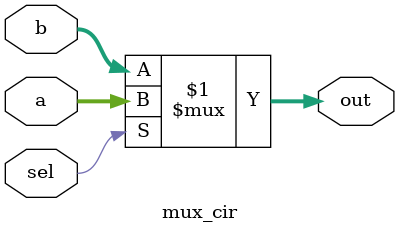
<source format=sv>
module mux_cir(
    sel,
    a,
    b,
    out
);

parameter N = 64;
input wire sel;

input wire [N - 1 : 0] a;
input wire [N - 1 : 0] b;

output wire [N - 1 : 0] out;

assign out = sel? a : b;

endmodule


</source>
